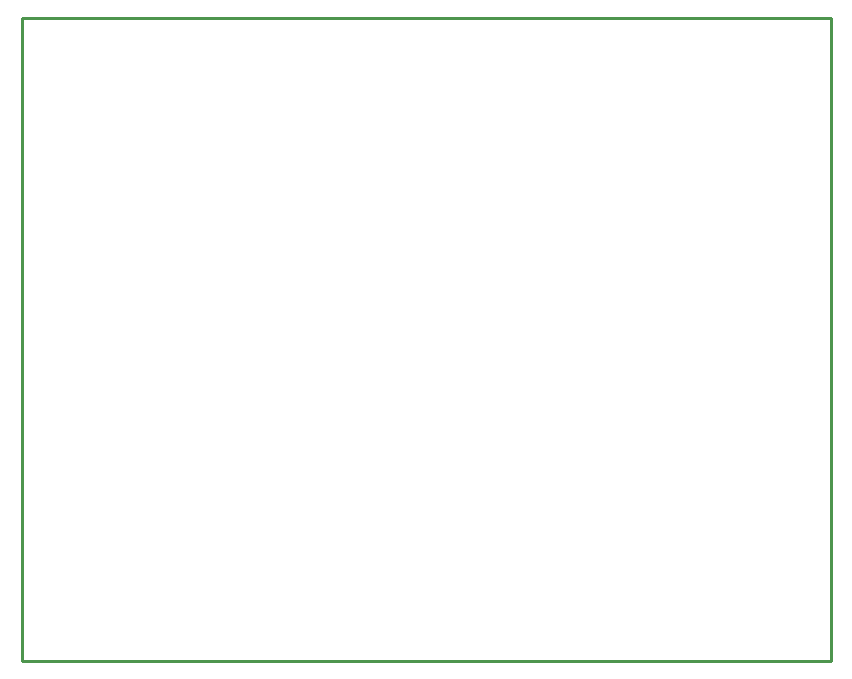
<source format=gbr>
%TF.GenerationSoftware,Altium Limited,Altium Designer,21.8.1 (53)*%
G04 Layer_Color=16711935*
%FSLAX43Y43*%
%MOMM*%
%TF.SameCoordinates,AC333826-6736-4184-BEF3-4D2E4CB995F7*%
%TF.FilePolarity,Positive*%
%TF.FileFunction,Keep-out,Top*%
%TF.Part,Single*%
G01*
G75*
%TA.AperFunction,NonConductor*%
%ADD18C,0.254*%
D18*
X0Y0D02*
X68500D01*
X0Y54500D02*
X68500D01*
Y0D02*
Y54500D01*
X0Y0D02*
Y54500D01*
%TF.MD5,8f9974723b1351e5e5917aceabcb62f9*%
M02*

</source>
